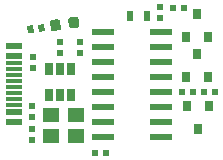
<source format=gtp>
G04 #@! TF.GenerationSoftware,KiCad,Pcbnew,5.1.5-52549c5~84~ubuntu19.10.1*
G04 #@! TF.CreationDate,2020-03-14T21:45:10+01:00*
G04 #@! TF.ProjectId,ESP-TC-PROG,4553502d-5443-42d5-9052-4f472e6b6963,rev?*
G04 #@! TF.SameCoordinates,Original*
G04 #@! TF.FileFunction,Paste,Top*
G04 #@! TF.FilePolarity,Positive*
%FSLAX46Y46*%
G04 Gerber Fmt 4.6, Leading zero omitted, Abs format (unit mm)*
G04 Created by KiCad (PCBNEW 5.1.5-52549c5~84~ubuntu19.10.1) date 2020-03-14 21:45:10*
%MOMM*%
%LPD*%
G04 APERTURE LIST*
%ADD10R,0.800000X0.900000*%
%ADD11R,1.400000X1.200000*%
%ADD12R,1.950000X0.600000*%
%ADD13R,0.650000X1.060000*%
%ADD14R,0.500000X0.600000*%
%ADD15C,0.100000*%
%ADD16R,0.600000X0.500000*%
%ADD17R,1.450000X0.600000*%
%ADD18R,1.450000X0.300000*%
%ADD19R,0.600000X0.900000*%
G04 APERTURE END LIST*
D10*
X122500000Y-94025000D03*
X123450000Y-96025000D03*
X121550000Y-96025000D03*
D11*
X112300000Y-104350000D03*
X110100000Y-104350000D03*
X110100000Y-102650000D03*
X112300000Y-102650000D03*
D12*
X119475000Y-95555000D03*
X119475000Y-96825000D03*
X119475000Y-98095000D03*
X119475000Y-99365000D03*
X119475000Y-100635000D03*
X119475000Y-101905000D03*
X119475000Y-103175000D03*
X119475000Y-104445000D03*
X114525000Y-104445000D03*
X114525000Y-103175000D03*
X114525000Y-101905000D03*
X114525000Y-100635000D03*
X114525000Y-99365000D03*
X114525000Y-98095000D03*
X114525000Y-96825000D03*
X114525000Y-95555000D03*
D13*
X110900000Y-98700000D03*
X109950000Y-98700000D03*
X111850000Y-98700000D03*
X111850000Y-100900000D03*
X110900000Y-100900000D03*
X109950000Y-100900000D03*
D14*
X121370000Y-93550000D03*
X120430000Y-93550000D03*
X121205000Y-100625000D03*
X122145000Y-100625000D03*
X124045000Y-100625000D03*
X123105000Y-100625000D03*
D15*
G36*
X108588074Y-95035813D02*
G01*
X108676760Y-95629222D01*
X108182252Y-95703127D01*
X108093566Y-95109718D01*
X108588074Y-95035813D01*
G37*
G36*
X109517748Y-94896873D02*
G01*
X109606434Y-95490282D01*
X109111926Y-95564187D01*
X109023240Y-94970778D01*
X109517748Y-94896873D01*
G37*
D16*
X108500000Y-101830000D03*
X108500000Y-102770000D03*
X108600000Y-98620000D03*
X108600000Y-97680000D03*
D10*
X122500000Y-97425000D03*
X123450000Y-99425000D03*
X121550000Y-99425000D03*
X122600000Y-103825000D03*
X121650000Y-101825000D03*
X123550000Y-101825000D03*
D17*
X107000000Y-97600000D03*
X107000000Y-102400000D03*
X107000000Y-103200000D03*
X107000000Y-96800000D03*
X107000000Y-103200000D03*
X107000000Y-102400000D03*
D18*
X107000000Y-101750000D03*
X107000000Y-101250000D03*
X107000000Y-100750000D03*
X107000000Y-100250000D03*
X107000000Y-99750000D03*
X107000000Y-99250000D03*
X107000000Y-98750000D03*
X107000000Y-98250000D03*
D17*
X107000000Y-97600000D03*
X107000000Y-96800000D03*
D15*
G36*
X112289182Y-94281414D02*
G01*
X112310241Y-94285579D01*
X112330791Y-94291788D01*
X112350633Y-94299981D01*
X112369576Y-94310080D01*
X112387438Y-94321987D01*
X112404047Y-94335588D01*
X112419244Y-94350751D01*
X112432880Y-94367330D01*
X112444826Y-94385166D01*
X112454966Y-94404087D01*
X112463203Y-94423912D01*
X112469457Y-94444447D01*
X112473668Y-94465498D01*
X112549420Y-94972369D01*
X112551548Y-94993730D01*
X112551571Y-95015197D01*
X112549490Y-95036563D01*
X112545325Y-95057623D01*
X112539116Y-95078172D01*
X112530922Y-95098014D01*
X112520824Y-95116957D01*
X112508917Y-95134820D01*
X112495316Y-95151429D01*
X112480153Y-95166625D01*
X112463574Y-95180261D01*
X112445737Y-95192207D01*
X112426816Y-95202348D01*
X112406992Y-95210584D01*
X112386456Y-95216838D01*
X112365407Y-95221049D01*
X111932713Y-95285716D01*
X111911351Y-95287844D01*
X111889884Y-95287867D01*
X111868518Y-95285786D01*
X111847459Y-95281621D01*
X111826909Y-95275412D01*
X111807067Y-95267219D01*
X111788124Y-95257120D01*
X111770262Y-95245213D01*
X111753653Y-95231612D01*
X111738456Y-95216449D01*
X111724820Y-95199870D01*
X111712874Y-95182034D01*
X111702734Y-95163113D01*
X111694497Y-95143288D01*
X111688243Y-95122753D01*
X111684032Y-95101702D01*
X111608280Y-94594831D01*
X111606152Y-94573470D01*
X111606129Y-94552003D01*
X111608210Y-94530637D01*
X111612375Y-94509577D01*
X111618584Y-94489028D01*
X111626778Y-94469186D01*
X111636876Y-94450243D01*
X111648783Y-94432380D01*
X111662384Y-94415771D01*
X111677547Y-94400575D01*
X111694126Y-94386939D01*
X111711963Y-94374993D01*
X111730884Y-94364852D01*
X111750708Y-94356616D01*
X111771244Y-94350362D01*
X111792293Y-94346151D01*
X112224987Y-94281484D01*
X112246349Y-94279356D01*
X112267816Y-94279333D01*
X112289182Y-94281414D01*
G37*
G36*
X110731482Y-94514214D02*
G01*
X110752541Y-94518379D01*
X110773091Y-94524588D01*
X110792933Y-94532781D01*
X110811876Y-94542880D01*
X110829738Y-94554787D01*
X110846347Y-94568388D01*
X110861544Y-94583551D01*
X110875180Y-94600130D01*
X110887126Y-94617966D01*
X110897266Y-94636887D01*
X110905503Y-94656712D01*
X110911757Y-94677247D01*
X110915968Y-94698298D01*
X110991720Y-95205169D01*
X110993848Y-95226530D01*
X110993871Y-95247997D01*
X110991790Y-95269363D01*
X110987625Y-95290423D01*
X110981416Y-95310972D01*
X110973222Y-95330814D01*
X110963124Y-95349757D01*
X110951217Y-95367620D01*
X110937616Y-95384229D01*
X110922453Y-95399425D01*
X110905874Y-95413061D01*
X110888037Y-95425007D01*
X110869116Y-95435148D01*
X110849292Y-95443384D01*
X110828756Y-95449638D01*
X110807707Y-95453849D01*
X110375013Y-95518516D01*
X110353651Y-95520644D01*
X110332184Y-95520667D01*
X110310818Y-95518586D01*
X110289759Y-95514421D01*
X110269209Y-95508212D01*
X110249367Y-95500019D01*
X110230424Y-95489920D01*
X110212562Y-95478013D01*
X110195953Y-95464412D01*
X110180756Y-95449249D01*
X110167120Y-95432670D01*
X110155174Y-95414834D01*
X110145034Y-95395913D01*
X110136797Y-95376088D01*
X110130543Y-95355553D01*
X110126332Y-95334502D01*
X110050580Y-94827631D01*
X110048452Y-94806270D01*
X110048429Y-94784803D01*
X110050510Y-94763437D01*
X110054675Y-94742377D01*
X110060884Y-94721828D01*
X110069078Y-94701986D01*
X110079176Y-94683043D01*
X110091083Y-94665180D01*
X110104684Y-94648571D01*
X110119847Y-94633375D01*
X110136426Y-94619739D01*
X110154263Y-94607793D01*
X110173184Y-94597652D01*
X110193008Y-94589416D01*
X110213544Y-94583162D01*
X110234593Y-94578951D01*
X110667287Y-94514284D01*
X110688649Y-94512156D01*
X110710116Y-94512133D01*
X110731482Y-94514214D01*
G37*
D16*
X112600000Y-96430000D03*
X112600000Y-97370000D03*
D14*
X113830000Y-105800000D03*
X114770000Y-105800000D03*
D16*
X108500000Y-103760000D03*
X108500000Y-104700000D03*
X119350000Y-93430000D03*
X119350000Y-94370000D03*
X110900000Y-96430000D03*
X110900000Y-97370000D03*
D19*
X116800000Y-94200000D03*
X118300000Y-94200000D03*
M02*

</source>
